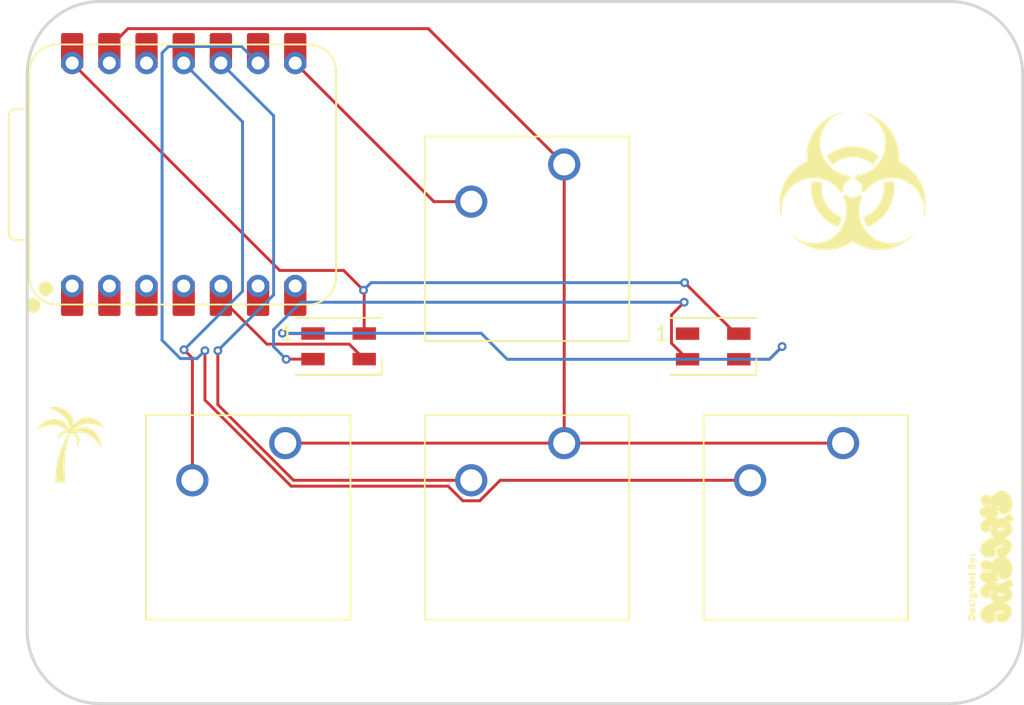
<source format=kicad_pcb>
(kicad_pcb (version 20240108) (generator "pcbnew") (generator_version "8.0")
  (layers (0 "F.Cu" signal) (31 "B.Cu" signal) (34 "B.Paste" user) (35 "F.Paste" user) (36 "B.SilkS" user "B.Silkscreen") (37 "F.SilkS" user "F.Silkscreen") (38 "B.Mask" user) (39 "F.Mask" user) (44 "Edge.Cuts" user))
  (net 0 "")
  (net 1 "Net-(D1-VSS)")
  (net 2 "+5V")
  (net 3 "GPIO6")
  (net 4 "Net-(D1-DOUT)")
  (net 6 "MOSI")
  (net 7 "GND")
  (net 8 "MISO")
  (net 9 "SCK")
  (net 10 "RX")
  (footprint "LOGO" (layer "F.Cu") (at 174.33 38.89)
    (property "Reference" "G***" (hide yes))
    (property "Value" "LOGO" (hide yes))
  )
  (footprint "Button_Switch_Keyboard:SW_Cherry_MX_1.00u_PCB" (layer "F.Cu") (at 135.5725 56.8325)
    (property "Reference" "SW1")
    (property "Value" "SW_Push")
    (pad "" np_thru_hole circle (at -7.62 5.08) (size 1.7 1.7) (drill 1.7) (layers "*.Cu" "*.Mask"))
    (pad "" np_thru_hole circle (at -2.54 5.08) (size 4 4) (drill 4) (layers "*.Cu" "*.Mask"))
    (pad "" np_thru_hole circle (at 2.54 5.08) (size 1.7 1.7) (drill 1.7) (layers "*.Cu" "*.Mask"))
    (pad "1" thru_hole circle (at 0 0) (size 2.2 2.2) (drill 1.5) (layers "*.Cu" "*.Mask") (net 7 "GND"))
    (pad "2" thru_hole circle (at -6.35 2.54) (size 2.2 2.2) (drill 1.5) (layers "*.Cu" "*.Mask") (net 6 "MOSI"))
  )
  (footprint "LOGO" (layer "F.Cu") (at 184.14 64.61 90)
    (property "Reference" "G***" (hide yes))
    (property "Value" "LOGO" (hide yes))
  )
  (footprint "LOGO" (layer "F.Cu") (at 182.51 66.68 90)
    (property "Reference" "G***" (hide yes))
    (property "Value" "LOGO" (hide yes))
  )
  (footprint "Button_Switch_Keyboard:SW_Cherry_MX_1.00u_PCB" (layer "F.Cu") (at 154.6225 37.7825)
    (property "Reference" "SW4")
    (property "Value" "SW_Push")
    (pad "" np_thru_hole circle (at -7.62 5.08) (size 1.7 1.7) (drill 1.7) (layers "*.Cu" "*.Mask"))
    (pad "" np_thru_hole circle (at -2.54 5.08) (size 4 4) (drill 4) (layers "*.Cu" "*.Mask"))
    (pad "" np_thru_hole circle (at 2.54 5.08) (size 1.7 1.7) (drill 1.7) (layers "*.Cu" "*.Mask"))
    (pad "1" thru_hole circle (at 0 0) (size 2.2 2.2) (drill 1.5) (layers "*.Cu" "*.Mask") (net 7 "GND"))
    (pad "2" thru_hole circle (at -6.35 2.54) (size 2.2 2.2) (drill 1.5) (layers "*.Cu" "*.Mask") (net 10 "RX"))
  )
  (footprint "Button_Switch_Keyboard:SW_Cherry_MX_1.00u_PCB" (layer "F.Cu") (at 173.6725 56.8325)
    (property "Reference" "SW3")
    (property "Value" "SW_Push")
    (pad "" np_thru_hole circle (at -7.62 5.08) (size 1.7 1.7) (drill 1.7) (layers "*.Cu" "*.Mask"))
    (pad "" np_thru_hole circle (at -2.54 5.08) (size 4 4) (drill 4) (layers "*.Cu" "*.Mask"))
    (pad "" np_thru_hole circle (at 2.54 5.08) (size 1.7 1.7) (drill 1.7) (layers "*.Cu" "*.Mask"))
    (pad "1" thru_hole circle (at 0 0) (size 2.2 2.2) (drill 1.5) (layers "*.Cu" "*.Mask") (net 7 "GND"))
    (pad "2" thru_hole circle (at -6.35 2.54) (size 2.2 2.2) (drill 1.5) (layers "*.Cu" "*.Mask") (net 9 "SCK"))
  )
  (footprint "LOGO" (layer "F.Cu") (at 120.91 56.94)
    (property "Reference" "G***" (hide yes))
    (property "Value" "LOGO" (hide yes))
  )
  (footprint "LED_SMD:LED_SK6812MINI_PLCC4_3.5x3.5mm_P1.75mm" (layer "F.Cu") (at 139.21 50.215)
    (property "Reference" "D1")
    (property "Value" "SK6812MINI")
    (fp_text user "1" (at -3.5 -0.875 0) (layer "F.SilkS"))
    (pad "1" smd rect (at -1.75 -0.875) (size 1.6 0.85) (layers "F.Cu" "F.Paste" "F.Mask") (net 4 "Net-(D1-DOUT)"))
    (pad "2" smd rect (at -1.75 0.875) (size 1.6 0.85) (layers "F.Cu" "F.Paste" "F.Mask") (net 1 "Net-(D1-VSS)"))
    (pad "3" smd rect (at 1.75 0.875) (size 1.6 0.85) (layers "F.Cu" "F.Paste" "F.Mask") (net 3 "GPIO6"))
    (pad "4" smd rect (at 1.75 -0.875) (size 1.6 0.85) (layers "F.Cu" "F.Paste" "F.Mask") (net 2 "+5V"))
  )
  (footprint "LED_SMD:LED_SK6812MINI_PLCC4_3.5x3.5mm_P1.75mm" (layer "F.Cu") (at 164.8 50.225)
    (property "Reference" "D2")
    (property "Value" "SK6812MINI")
    (fp_text user "1" (at -3.5 -0.875 0) (layer "F.SilkS"))
    (pad "1" smd rect (at -1.75 -0.875) (size 1.6 0.85) (layers "F.Cu" "F.Paste" "F.Mask"))
    (pad "2" smd rect (at -1.75 0.875) (size 1.6 0.85) (layers "F.Cu" "F.Paste" "F.Mask") (net 1 "Net-(D1-VSS)"))
    (pad "3" smd rect (at 1.75 0.875) (size 1.6 0.85) (layers "F.Cu" "F.Paste" "F.Mask") (net 4 "Net-(D1-DOUT)"))
    (pad "4" smd rect (at 1.75 -0.875) (size 1.6 0.85) (layers "F.Cu" "F.Paste" "F.Mask") (net 2 "+5V"))
  )
  (footprint "Button_Switch_Keyboard:SW_Cherry_MX_1.00u_PCB" (layer "F.Cu") (at 154.6225 56.8325)
    (property "Reference" "SW2")
    (property "Value" "SW_Push")
    (pad "" np_thru_hole circle (at -7.62 5.08) (size 1.7 1.7) (drill 1.7) (layers "*.Cu" "*.Mask"))
    (pad "" np_thru_hole circle (at -2.54 5.08) (size 4 4) (drill 4) (layers "*.Cu" "*.Mask"))
    (pad "" np_thru_hole circle (at 2.54 5.08) (size 1.7 1.7) (drill 1.7) (layers "*.Cu" "*.Mask"))
    (pad "1" thru_hole circle (at 0 0) (size 2.2 2.2) (drill 1.5) (layers "*.Cu" "*.Mask") (net 7 "GND"))
    (pad "2" thru_hole circle (at -6.35 2.54) (size 2.2 2.2) (drill 1.5) (layers "*.Cu" "*.Mask") (net 8 "MISO"))
  )
  (footprint "OPL:XIAO-RP2040-DIP" (layer "F.Cu") (at 128.63 38.47 90)
    (property "Reference" "U1")
    (property "Value" "XIAO-RP2040-DIP")
    (pad "1" smd roundrect (at -8.455 -7.62 270) (size 2.432 1.524) (layers "F.Cu" "F.Mask") (roundrect_rratio 0.1))
    (pad "1" thru_hole circle (at -7.62 -7.62 270) (size 1.524 1.524) (drill 0.889) (layers "*.Cu" "*.Mask"))
    (pad "2" smd roundrect (at -8.455 -5.08 270) (size 2.432 1.524) (layers "F.Cu" "F.Mask") (roundrect_rratio 0.1))
    (pad "2" thru_hole circle (at -7.62 -5.08 270) (size 1.524 1.524) (drill 0.889) (layers "*.Cu" "*.Mask"))
    (pad "3" smd roundrect (at -8.455 -2.54 270) (size 2.432 1.524) (layers "F.Cu" "F.Mask") (roundrect_rratio 0.1))
    (pad "3" thru_hole circle (at -7.62 -2.54 270) (size 1.524 1.524) (drill 0.889) (layers "*.Cu" "*.Mask"))
    (pad "4" smd roundrect (at -8.455 0 270) (size 2.432 1.524) (layers "F.Cu" "F.Mask") (roundrect_rratio 0.1))
    (pad "4" thru_hole circle (at -7.62 0 270) (size 1.524 1.524) (drill 0.889) (layers "*.Cu" "*.Mask"))
    (pad "5" smd roundrect (at -8.455 2.54 270) (size 2.432 1.524) (layers "F.Cu" "F.Mask") (roundrect_rratio 0.1) (net 3 "GPIO6"))
    (pad "5" thru_hole circle (at -7.62 2.54 270) (size 1.524 1.524) (drill 0.889) (layers "*.Cu" "*.Mask") (net 3 "GPIO6"))
    (pad "6" smd roundrect (at -8.455 5.08 270) (size 2.432 1.524) (layers "F.Cu" "F.Mask") (roundrect_rratio 0.1))
    (pad "6" thru_hole circle (at -7.62 5.08 270) (size 1.524 1.524) (drill 0.889) (layers "*.Cu" "*.Mask"))
    (pad "7" smd roundrect (at -8.455 7.62 270) (size 2.432 1.524) (layers "F.Cu" "F.Mask") (roundrect_rratio 0.1))
    (pad "7" thru_hole circle (at -7.62 7.62 270) (size 1.524 1.524) (drill 0.889) (layers "*.Cu" "*.Mask"))
    (pad "8" thru_hole circle (at 7.62 7.62 90) (size 1.524 1.524) (drill 0.889) (layers "*.Cu" "*.Mask") (net 10 "RX"))
    (pad "8" smd roundrect (at 8.455 7.62 90) (size 2.432 1.524) (layers "F.Cu" "F.Mask") (roundrect_rratio 0.1) (net 10 "RX"))
    (pad "9" thru_hole circle (at 7.62 5.08 90) (size 1.524 1.524) (drill 0.889) (layers "*.Cu" "*.Mask") (net 9 "SCK"))
    (pad "9" smd roundrect (at 8.455 5.08 90) (size 2.432 1.524) (layers "F.Cu" "F.Mask") (roundrect_rratio 0.1) (net 9 "SCK"))
    (pad "10" thru_hole circle (at 7.62 2.54 90) (size 1.524 1.524) (drill 0.889) (layers "*.Cu" "*.Mask") (net 8 "MISO"))
    (pad "10" smd roundrect (at 8.455 2.54 90) (size 2.432 1.524) (layers "F.Cu" "F.Mask") (roundrect_rratio 0.1) (net 8 "MISO"))
    (pad "11" thru_hole circle (at 7.62 0 90) (size 1.524 1.524) (drill 0.889) (layers "*.Cu" "*.Mask") (net 6 "MOSI"))
    (pad "11" smd roundrect (at 8.455 0 90) (size 2.432 1.524) (layers "F.Cu" "F.Mask") (roundrect_rratio 0.1) (net 6 "MOSI"))
    (pad "12" thru_hole circle (at 7.62 -2.54 90) (size 1.524 1.524) (drill 0.889) (layers "*.Cu" "*.Mask"))
    (pad "12" smd roundrect (at 8.455 -2.54 90) (size 2.432 1.524) (layers "F.Cu" "F.Mask") (roundrect_rratio 0.1))
    (pad "13" thru_hole circle (at 7.62 -5.08 90) (size 1.524 1.524) (drill 0.889) (layers "*.Cu" "*.Mask") (net 7 "GND"))
    (pad "13" smd roundrect (at 8.455 -5.08 90) (size 2.432 1.524) (layers "F.Cu" "F.Mask") (roundrect_rratio 0.1) (net 7 "GND"))
    (pad "14" thru_hole circle (at 7.62 -7.62 90) (size 1.524 1.524) (drill 0.889) (layers "*.Cu" "*.Mask") (net 2 "+5V"))
    (pad "14" smd roundrect (at 8.455 -7.62 90) (size 2.432 1.524) (layers "F.Cu" "F.Mask") (roundrect_rratio 0.1) (net 2 "+5V"))
  )
  (gr_line (start 180.94 74.64) (end 122.94 74.64) (stroke (width 0.2)) (layer "Edge.Cuts"))
  (gr_arc (start 180.94 26.64) (mid 184.475534 28.104466) (end 185.94 31.64) (stroke (width 0.2)) (layer "Edge.Cuts"))
  (gr_circle (center 148.44 52.14) (end 148.45 52.14) (stroke (width 0.0001)) (fill solid) (layer "Edge.Cuts"))
  (gr_circle (center 148.44 52.14) (end 148.45 52.14) (stroke (width 0.0001)) (fill solid) (layer "Edge.Cuts"))
  (gr_arc (start 122.94 74.64) (mid 119.404466 73.175534) (end 117.94 69.640001) (stroke (width 0.2)) (layer "Edge.Cuts"))
  (gr_line (start 185.94 31.64) (end 185.94 69.64) (stroke (width 0.2)) (layer "Edge.Cuts"))
  (gr_circle (center 185.94 26.64) (end 185.95 26.64) (stroke (width 0.0001)) (fill solid) (layer "Edge.Cuts"))
  (gr_line (start 122.939999 26.64) (end 180.94 26.64) (stroke (width 0.2)) (layer "Edge.Cuts"))
  (gr_arc (start 185.94 69.64) (mid 184.475534 73.175534) (end 180.94 74.64) (stroke (width 0.2)) (layer "Edge.Cuts"))
  (gr_circle (center 117.94 74.64) (end 117.95 74.64) (stroke (width 0.0001)) (fill solid) (layer "Edge.Cuts"))
  (gr_circle (center 117.94 26.64) (end 117.95 26.64) (stroke (width 0.0001)) (fill solid) (layer "Edge.Cuts"))
  (gr_arc (start 117.94 31.64) (mid 119.404466 28.104466) (end 122.939999 26.64) (stroke (width 0.2)) (layer "Edge.Cuts"))
  (gr_line (start 117.94 69.640001) (end 117.94 31.64) (stroke (width 0.2)) (layer "Edge.Cuts"))
  (segment (start 137.46 51.09) (end 135.64 51.09) (width 0.2) (layer "F.Cu") (net 1))
  (segment (start 161.95 48.07) (end 161.95 50) (width 0.2) (layer "F.Cu") (net 1))
  (segment (start 135.64 51.09) (end 135.63 51.1) (width 0.2) (layer "F.Cu") (net 1))
  (segment (start 161.95 50) (end 163.05 51.1) (width 0.2) (layer "F.Cu") (net 1))
  (segment (start 162.82 47.2) (end 161.95 48.07) (width 0.2) (layer "F.Cu") (net 1))
  (via (at 162.82 47.2) (size 0.6) (drill 0.3) (layers "F.Cu" "B.Cu") (net 1))
  (via (at 135.63 51.1) (size 0.6) (drill 0.3) (layers "F.Cu" "B.Cu") (net 1))
  (segment (start 134.77 50.24) (end 134.77 49.071471) (width 0.2) (layer "B.Cu") (net 1))
  (segment (start 134.77 49.071471) (end 136.641471 47.2) (width 0.2) (layer "B.Cu") (net 1))
  (segment (start 135.63 51.1) (end 134.77 50.24) (width 0.2) (layer "B.Cu") (net 1))
  (segment (start 136.641471 47.2) (end 162.82 47.2) (width 0.2) (layer "B.Cu") (net 1))
  (segment (start 166.55 49.35) (end 166.34 49.35) (width 0.2) (layer "F.Cu") (net 2))
  (segment (start 140.96 46.43) (end 140.96 49.34) (width 0.2) (layer "F.Cu") (net 2))
  (segment (start 139.558 45.028) (end 135.188 45.028) (width 0.2) (layer "F.Cu") (net 2))
  (segment (start 140.91 46.38) (end 140.96 46.43) (width 0.2) (layer "F.Cu") (net 2))
  (segment (start 166.34 49.35) (end 162.85 45.86) (width 0.2) (layer "F.Cu") (net 2))
  (segment (start 140.91 46.38) (end 139.558 45.028) (width 0.2) (layer "F.Cu") (net 2))
  (segment (start 135.188 45.028) (end 121.01 30.85) (width 0.2) (layer "F.Cu") (net 2))
  (via (at 162.85 45.86) (size 0.6) (drill 0.3) (layers "F.Cu" "B.Cu") (net 2))
  (via (at 140.91 46.38) (size 0.6) (drill 0.3) (layers "F.Cu" "B.Cu") (net 2))
  (segment (start 141.43 45.86) (end 140.91 46.38) (width 0.2) (layer "B.Cu") (net 2))
  (segment (start 162.85 45.86) (end 141.43 45.86) (width 0.2) (layer "B.Cu") (net 2))
  (segment (start 134.31 50.065) (end 139.935 50.065) (width 0.2) (layer "F.Cu") (net 3))
  (segment (start 131.17 46.925) (end 134.31 50.065) (width 0.2) (layer "F.Cu") (net 3))
  (segment (start 139.935 50.065) (end 140.96 51.09) (width 0.2) (layer "F.Cu") (net 3))
  (segment (start 137.46 49.34) (end 135.39 49.34) (width 0.2) (layer "F.Cu") (net 4))
  (segment (start 135.39 49.34) (end 135.37 49.32) (width 0.2) (layer "F.Cu") (net 4))
  (segment (start 168.64 51.1) (end 166.55 51.1) (width 0.2) (layer "F.Cu") (net 4))
  (segment (start 169.51 50.23) (end 168.64 51.1) (width 0.2) (layer "F.Cu") (net 4))
  (via (at 169.51 50.23) (size 0.6) (drill 0.3) (layers "F.Cu" "B.Cu") (net 4))
  (via (at 135.37 49.32) (size 0.6) (drill 0.3) (layers "F.Cu" "B.Cu") (net 4))
  (segment (start 135.37 49.32) (end 148.948402 49.32) (width 0.2) (layer "B.Cu") (net 4))
  (segment (start 148.948402 49.32) (end 150.728402 51.1) (width 0.2) (layer "B.Cu") (net 4))
  (segment (start 168.64 51.1) (end 169.51 50.23) (width 0.2) (layer "B.Cu") (net 4))
  (segment (start 150.728402 51.1) (end 166.53 51.1) (width 0.2) (layer "B.Cu") (net 4))
  (segment (start 166.53 51.1) (end 168.64 51.1) (width 0.2) (layer "B.Cu") (net 4))
  (segment (start 129.2225 51.0225) (end 128.65 50.45) (width 0.2) (layer "F.Cu") (net 6))
  (segment (start 129.2225 59.3725) (end 129.2225 51.0225) (width 0.2) (layer "F.Cu") (net 6))
  (via (at 128.65 50.45) (size 0.6) (drill 0.3) (layers "F.Cu" "B.Cu") (net 6))
  (segment (start 128.65 50.45) (end 132.648 46.452) (width 0.2) (layer "B.Cu") (net 6))
  (segment (start 132.648 34.868) (end 128.63 30.85) (width 0.2) (layer "B.Cu") (net 6))
  (segment (start 132.648 46.452) (end 132.648 34.868) (width 0.2) (layer "B.Cu") (net 6))
  (segment (start 154.6225 56.8325) (end 173.6725 56.8325) (width 0.2) (layer "F.Cu") (net 7))
  (segment (start 154.6225 37.7825) (end 154.6225 56.8325) (width 0.2) (layer "F.Cu") (net 7))
  (segment (start 123.55 29.77237) (end 124.82337 28.499) (width 0.2) (layer "F.Cu") (net 7))
  (segment (start 123.55 30.85) (end 123.55 29.77237) (width 0.2) (layer "F.Cu") (net 7))
  (segment (start 124.82337 28.499) (end 145.339 28.499) (width 0.2) (layer "F.Cu") (net 7))
  (segment (start 145.339 28.499) (end 154.6225 37.7825) (width 0.2) (layer "F.Cu") (net 7))
  (segment (start 154.6225 56.8325) (end 135.5725 56.8325) (width 0.2) (layer "F.Cu") (net 7))
  (segment (start 136.132601 59.3725) (end 130.96 54.199899) (width 0.2) (layer "F.Cu") (net 8))
  (segment (start 130.96 54.199899) (end 130.96 50.51) (width 0.2) (layer "F.Cu") (net 8))
  (segment (start 148.2725 59.3725) (end 136.132601 59.3725) (width 0.2) (layer "F.Cu") (net 8))
  (via (at 130.96 50.51) (size 0.6) (drill 0.3) (layers "F.Cu" "B.Cu") (net 8))
  (segment (start 134.772 46.698) (end 134.772 34.452) (width 0.2) (layer "B.Cu") (net 8))
  (segment (start 134.772 34.452) (end 131.17 30.85) (width 0.2) (layer "B.Cu") (net 8))
  (segment (start 130.96 50.51) (end 134.772 46.698) (width 0.2) (layer "B.Cu") (net 8))
  (segment (start 135.966915 59.7725) (end 130.08 53.885585) (width 0.2) (layer "F.Cu") (net 9))
  (segment (start 150.252399 59.3725) (end 148.852399 60.7725) (width 0.2) (layer "F.Cu") (net 9))
  (segment (start 167.3225 59.3725) (end 150.252399 59.3725) (width 0.2) (layer "F.Cu") (net 9))
  (segment (start 130.08 53.885585) (end 130.08 50.51) (width 0.2) (layer "F.Cu") (net 9))
  (segment (start 146.692601 59.7725) (end 135.966915 59.7725) (width 0.2) (layer "F.Cu") (net 9))
  (segment (start 147.692601 60.7725) (end 146.692601 59.7725) (width 0.2) (layer "F.Cu") (net 9))
  (segment (start 148.852399 60.7725) (end 147.692601 60.7725) (width 0.2) (layer "F.Cu") (net 9))
  (via (at 130.08 50.51) (size 0.6) (drill 0.3) (layers "F.Cu" "B.Cu") (net 9))
  (segment (start 132.58 29.72) (end 133.71 30.85) (width 0.2) (layer "B.Cu") (net 9))
  (segment (start 128.401471 51.05) (end 127.152 49.800529) (width 0.2) (layer "B.Cu") (net 9))
  (segment (start 129.54 51.05) (end 128.401471 51.05) (width 0.2) (layer "B.Cu") (net 9))
  (segment (start 127.152 49.800529) (end 127.152 30.158) (width 0.2) (layer "B.Cu") (net 9))
  (segment (start 127.59 29.72) (end 132.58 29.72) (width 0.2) (layer "B.Cu") (net 9))
  (segment (start 127.152 30.158) (end 127.59 29.72) (width 0.2) (layer "B.Cu") (net 9))
  (segment (start 130.08 50.51) (end 129.54 51.05) (width 0.2) (layer "B.Cu") (net 9))
  (segment (start 145.7225 40.3225) (end 136.25 30.85) (width 0.2) (layer "F.Cu") (net 10))
  (segment (start 148.2725 40.3225) (end 145.7225 40.3225) (width 0.2) (layer "F.Cu") (net 10))
)
</source>
